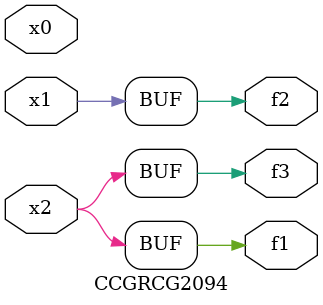
<source format=v>
module CCGRCG2094(
	input x0, x1, x2,
	output f1, f2, f3
);
	assign f1 = x2;
	assign f2 = x1;
	assign f3 = x2;
endmodule

</source>
